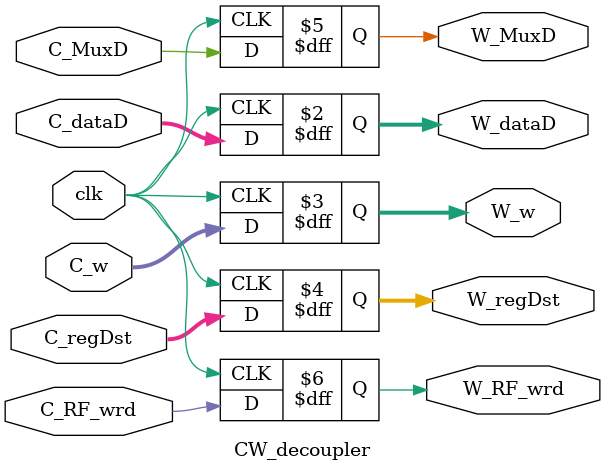
<source format=v>

module CW_decoupler
#(parameter DATA_WIDTH=32)
(
	input clk,
	input [(DATA_WIDTH-1):0] C_dataD,
	input [(DATA_WIDTH-1):0] C_w,
	input [6:0] C_regDst,
	input C_MuxD,
	input C_RF_wrd,
	
	output reg [(DATA_WIDTH-1):0] W_dataD,
	output reg [(DATA_WIDTH-1):0] W_w,
	output reg [6:0] W_regDst,
	output reg W_MuxD,
	output reg W_RF_wrd
);

	always @(posedge clk) begin
		W_dataD <= C_dataD;
		W_w <= C_w;
		W_regDst <= C_regDst;
		W_MuxD <= C_MuxD;
		W_RF_wrd <= C_RF_wrd;
	end


endmodule

</source>
